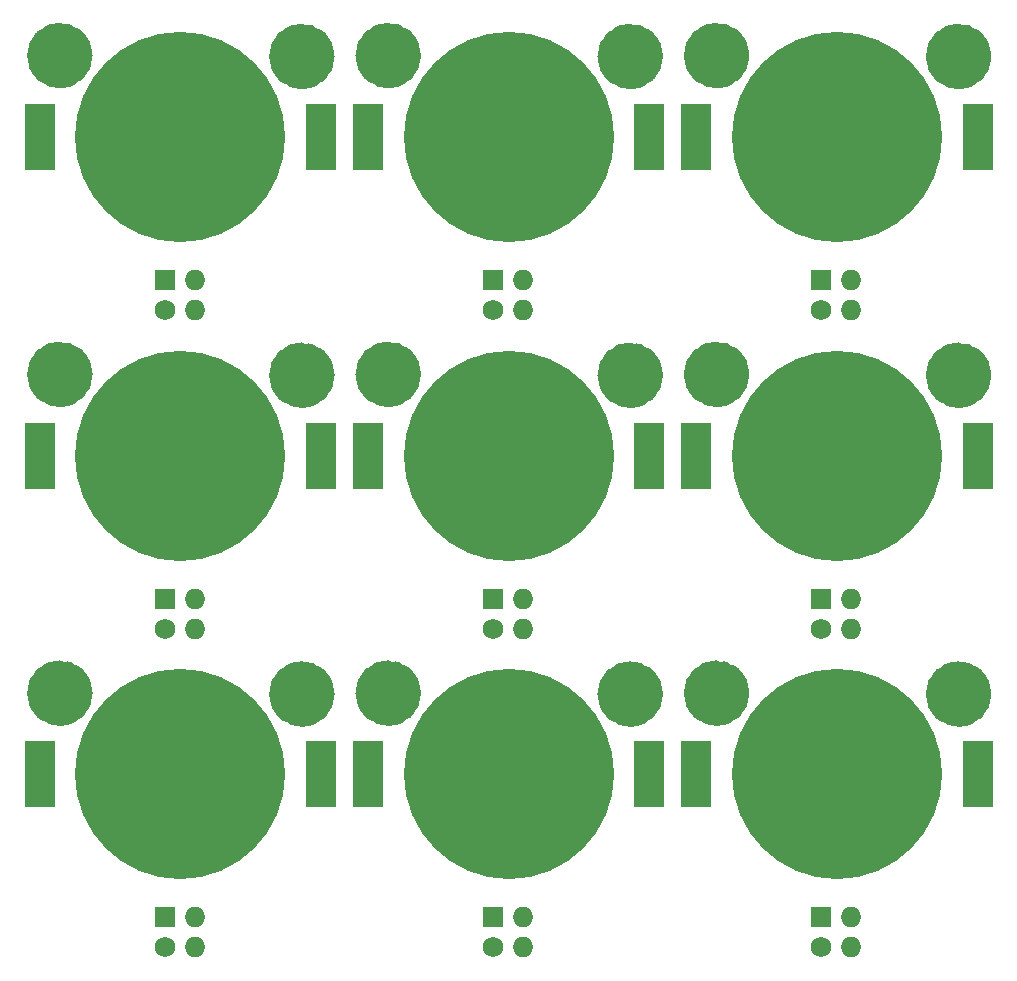
<source format=gbr>
%TF.GenerationSoftware,KiCad,Pcbnew,7.0.2-0*%
%TF.CreationDate,2024-04-22T23:11:52-05:00*%
%TF.ProjectId,SAOpowerboard_panelized,53414f70-6f77-4657-9262-6f6172645f70,rev?*%
%TF.SameCoordinates,Original*%
%TF.FileFunction,Soldermask,Top*%
%TF.FilePolarity,Negative*%
%FSLAX46Y46*%
G04 Gerber Fmt 4.6, Leading zero omitted, Abs format (unit mm)*
G04 Created by KiCad (PCBNEW 7.0.2-0) date 2024-04-22 23:11:52*
%MOMM*%
%LPD*%
G01*
G04 APERTURE LIST*
%ADD10C,2.764001*%
%ADD11R,2.600000X5.560000*%
%ADD12C,17.800000*%
%ADD13R,1.727200X1.727200*%
%ADD14C,1.727200*%
%ADD15O,1.727200X1.727200*%
G04 APERTURE END LIST*
D10*
X237935996Y-24023892D02*
G75*
G03*
X237935996Y-24023892I-1382000J0D01*
G01*
X237935996Y-51014946D02*
G75*
G03*
X237935996Y-51014946I-1382000J0D01*
G01*
X237935996Y-78006000D02*
G75*
G03*
X237935996Y-78006000I-1382000J0D01*
G01*
X210133998Y-24023892D02*
G75*
G03*
X210133998Y-24023892I-1382000J0D01*
G01*
X210133998Y-51014946D02*
G75*
G03*
X210133998Y-51014946I-1382000J0D01*
G01*
X210133998Y-78006000D02*
G75*
G03*
X210133998Y-78006000I-1382000J0D01*
G01*
X182332000Y-24023892D02*
G75*
G03*
X182332000Y-24023892I-1382000J0D01*
G01*
X182332000Y-51014946D02*
G75*
G03*
X182332000Y-51014946I-1382000J0D01*
G01*
X217445996Y-23947892D02*
G75*
G03*
X217445996Y-23947892I-1382000J0D01*
G01*
X217445996Y-50938946D02*
G75*
G03*
X217445996Y-50938946I-1382000J0D01*
G01*
X217445996Y-77930000D02*
G75*
G03*
X217445996Y-77930000I-1382000J0D01*
G01*
X189643998Y-23947892D02*
G75*
G03*
X189643998Y-23947892I-1382000J0D01*
G01*
X189643998Y-50938946D02*
G75*
G03*
X189643998Y-50938946I-1382000J0D01*
G01*
X189643998Y-77930000D02*
G75*
G03*
X189643998Y-77930000I-1382000J0D01*
G01*
X161842000Y-23947892D02*
G75*
G03*
X161842000Y-23947892I-1382000J0D01*
G01*
X161842000Y-50938946D02*
G75*
G03*
X161842000Y-50938946I-1382000J0D01*
G01*
X161842000Y-77930000D02*
G75*
G03*
X161842000Y-77930000I-1382000J0D01*
G01*
X182332000Y-78006000D02*
G75*
G03*
X182332000Y-78006000I-1382000J0D01*
G01*
D11*
%TO.C,REF\u002A\u002A*%
X214348996Y-30827892D03*
X238158996Y-30827892D03*
D12*
X226253996Y-30827892D03*
%TD*%
D11*
%TO.C,REF\u002A\u002A*%
X214348996Y-57818946D03*
X238158996Y-57818946D03*
D12*
X226253996Y-57818946D03*
%TD*%
D11*
%TO.C,REF\u002A\u002A*%
X214348996Y-84810000D03*
X238158996Y-84810000D03*
D12*
X226253996Y-84810000D03*
%TD*%
D11*
%TO.C,REF\u002A\u002A*%
X186546998Y-30827892D03*
X210356998Y-30827892D03*
D12*
X198451998Y-30827892D03*
%TD*%
D11*
%TO.C,REF\u002A\u002A*%
X186546998Y-57818946D03*
X210356998Y-57818946D03*
D12*
X198451998Y-57818946D03*
%TD*%
D11*
%TO.C,REF\u002A\u002A*%
X186546998Y-84810000D03*
X210356998Y-84810000D03*
D12*
X198451998Y-84810000D03*
%TD*%
D11*
%TO.C,REF\u002A\u002A*%
X158745000Y-30827892D03*
X182555000Y-30827892D03*
D12*
X170650000Y-30827892D03*
%TD*%
D11*
%TO.C,REF\u002A\u002A*%
X158745000Y-57818946D03*
X182555000Y-57818946D03*
D12*
X170650000Y-57818946D03*
%TD*%
D13*
%TO.C,REF\u002A\u002A*%
X224928996Y-42937892D03*
D14*
X224928996Y-45477892D03*
D15*
X227468996Y-42937892D03*
X227468996Y-45477892D03*
%TD*%
D13*
%TO.C,REF\u002A\u002A*%
X224928996Y-69928946D03*
D14*
X224928996Y-72468946D03*
D15*
X227468996Y-69928946D03*
X227468996Y-72468946D03*
%TD*%
D13*
%TO.C,REF\u002A\u002A*%
X224928996Y-96920000D03*
D14*
X224928996Y-99460000D03*
D15*
X227468996Y-96920000D03*
X227468996Y-99460000D03*
%TD*%
D13*
%TO.C,REF\u002A\u002A*%
X197126998Y-42937892D03*
D14*
X197126998Y-45477892D03*
D15*
X199666998Y-42937892D03*
X199666998Y-45477892D03*
%TD*%
D13*
%TO.C,REF\u002A\u002A*%
X197126998Y-69928946D03*
D14*
X197126998Y-72468946D03*
D15*
X199666998Y-69928946D03*
X199666998Y-72468946D03*
%TD*%
D13*
%TO.C,REF\u002A\u002A*%
X197126998Y-96920000D03*
D14*
X197126998Y-99460000D03*
D15*
X199666998Y-96920000D03*
X199666998Y-99460000D03*
%TD*%
D13*
%TO.C,REF\u002A\u002A*%
X169325000Y-42937892D03*
D14*
X169325000Y-45477892D03*
D15*
X171865000Y-42937892D03*
X171865000Y-45477892D03*
%TD*%
D13*
%TO.C,REF\u002A\u002A*%
X169325000Y-69928946D03*
D14*
X169325000Y-72468946D03*
D15*
X171865000Y-69928946D03*
X171865000Y-72468946D03*
%TD*%
D13*
%TO.C,REF\u002A\u002A*%
X169325000Y-96920000D03*
D14*
X169325000Y-99460000D03*
D15*
X171865000Y-96920000D03*
X171865000Y-99460000D03*
%TD*%
D11*
%TO.C,REF\u002A\u002A*%
X158745000Y-84810000D03*
X182555000Y-84810000D03*
D12*
X170650000Y-84810000D03*
%TD*%
M02*

</source>
